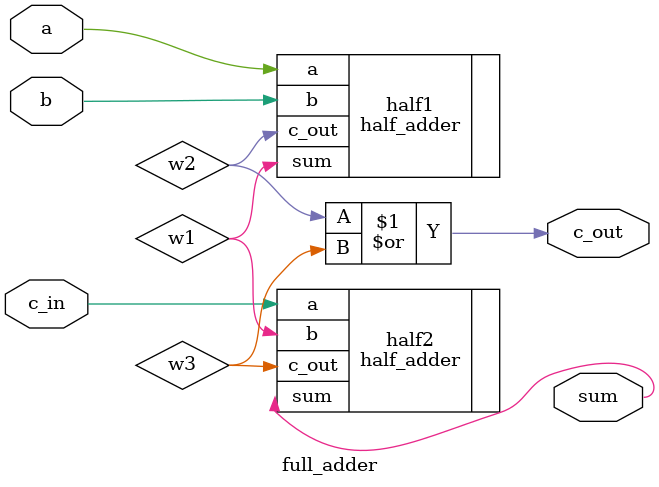
<source format=v>
`timescale 1ns / 1ps


module full_adder(input c_in, input a, input b, output c_out, output sum);
    wire w1;
    wire w2;
    wire w3;
    
    half_adder half1(.c_out(w2), .sum(w1), .a(a), .b(b));
    half_adder half2(.c_out(w3), .sum(sum), .a(c_in), .b(w1));
    or(c_out, w2, w3);
endmodule

</source>
